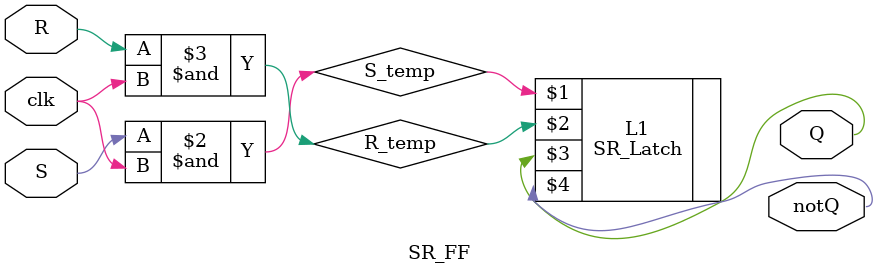
<source format=v>
`timescale 1ns / 1ps


module SR_FF(S,R,clk,Q,notQ);
input S,R,clk;
output Q,notQ;
always@ (posedge clk);
assign S_temp=S&clk;
assign R_temp=R&clk;
//module SR_Latch(S,R,Q,notQ);
SR_Latch L1(S_temp,R_temp,Q,notQ);

endmodule

</source>
